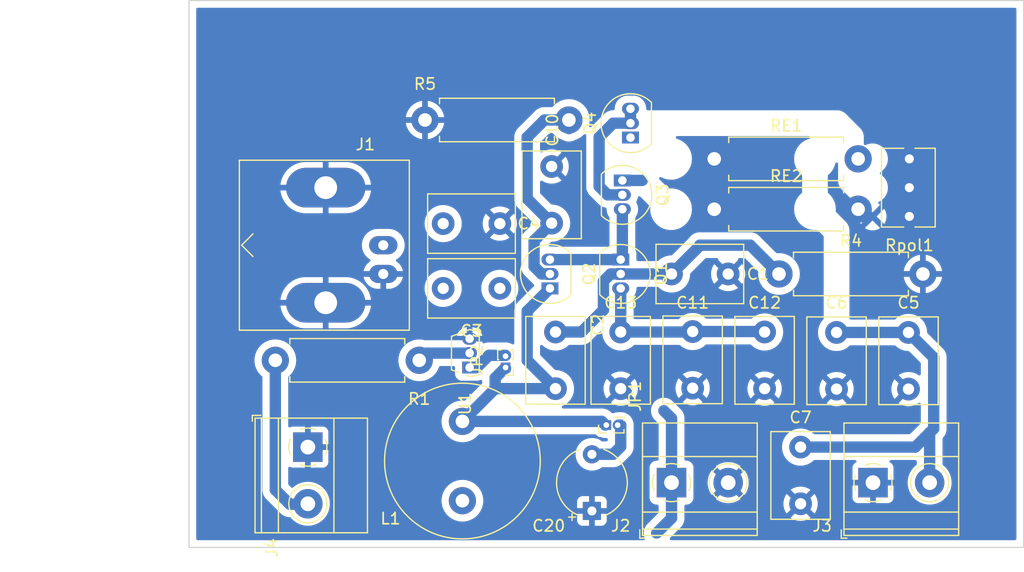
<source format=kicad_pcb>
(kicad_pcb (version 20211014) (generator pcbnew)
  (layers (0 "F.Cu" signal) (31 "B.Cu" signal) (34 "B.Paste" user) (35 "F.Paste" user) (36 "B.SilkS" user "B.Silkscreen") (37 "F.SilkS" user "F.Silkscreen") (38 "B.Mask" user) (39 "F.Mask" user) (44 "Edge.Cuts" user))
  (net 0 "")
  (net 1 "Net-(C1-Pad1)")
  (net 2 "GND")
  (net 3 "Net-(C2-Pad2)")
  (net 4 "Net-(C3-Pad2)")
  (net 5 "Net-(C10-Pad1)")
  (net 6 "+6V")
  (net 7 "-6V")
  (net 8 "Net-(J4-Pad2)")
  (net 9 "Net-(C20-Pad2)")
  (net 10 "Net-(JP2-Pad2)")
  (net 11 "Net-(Q3-Pad1)")
  (net 12 "Net-(Q3-Pad2)")
  (net 13 "Net-(Q4-Pad1)")
  (net 14 "Net-(Q1-Pad1)")
  (net 15 "Net-(R1-Pad1)")
  (footprint "Capacitor_THT:C_Disc_D7.5mm_W5.0mm_P5.00mm" (layer "F.Cu") (at 90.932 114.935 180)
    (fp_text reference "C3" (at 2.5 -3.75) (layer "F.SilkS"))
    (fp_text value "680p")
    (fp_line (start -1.37 -2.62) (end -1.37 2.62) (layer "F.SilkS") (width 0.12))
    (fp_line (start 6.37 -2.62) (end 6.37 2.62) (layer "F.SilkS") (width 0.12))
    (fp_line (start -1.37 2.62) (end 6.37 2.62) (layer "F.SilkS") (width 0.12))
    (fp_line (start -1.37 -2.62) (end 6.37 -2.62) (layer "F.SilkS") (width 0.12))
    (pad "1" thru_hole circle (at 0 0 180) (size 2 2) (drill 1) (layers *.Cu *.Mask) (net 3 "Net-(C2-Pad2)"))
    (pad "2" thru_hole circle (at 5 0 180) (size 2 2) (drill 1) (layers *.Cu *.Mask) (net 4 "Net-(C3-Pad2)"))
  )
  (footprint "Connector_PinHeader_1.00mm:PinHeader_1x02_P1.00mm_Vertical" (layer "F.Cu") (at 91.44 121.92 180)
    (fp_text reference "JP2" (at 2.54 0.635 90) (layer "F.SilkS"))
    (fp_text value "Jumper_2_Open")
    (fp_line (start 0.695 0.685) (end 0.695 1.56) (layer "F.SilkS") (width 0.12))
    (fp_line (start -0.695 1.56) (end -0.394493 1.56) (layer "F.SilkS") (width 0.12))
    (fp_line (start -0.695 0.685) (end -0.695 1.56) (layer "F.SilkS") (width 0.12))
    (fp_line (start -0.695 -0.685) (end 0 -0.685) (layer "F.SilkS") (width 0.12))
    (fp_line (start -0.695 0.685) (end -0.608276 0.685) (layer "F.SilkS") (width 0.12))
    (fp_line (start 0.608276 0.685) (end 0.695 0.685) (layer "F.SilkS") (width 0.12))
    (fp_line (start 0.394493 1.56) (end 0.695 1.56) (layer "F.SilkS") (width 0.12))
    (fp_line (start -0.695 0) (end -0.695 -0.685) (layer "F.SilkS") (width 0.12))
    (pad "1" thru_hole rect (at 0 0 180) (size 0.85 0.85) (drill 0.5) (layers *.Cu *.Mask) (net 3 "Net-(C2-Pad2)"))
    (pad "2" thru_hole oval (at 0 1 180) (size 0.85 0.85) (drill 0.5) (layers *.Cu *.Mask) (net 10 "Net-(JP2-Pad2)"))
  )
  (footprint "Capacitor_THT:C_Disc_D7.5mm_W5.0mm_P5.00mm" (layer "F.Cu") (at 117.475 133.945 90)
    (fp_text reference "C7" (at 7.62 0 180) (layer "F.SilkS"))
    (fp_text value "0.001u")
    (fp_line (start -1.37 2.62) (end 6.37 2.62) (layer "F.SilkS") (width 0.12))
    (fp_line (start -1.37 -2.62) (end 6.37 -2.62) (layer "F.SilkS") (width 0.12))
    (fp_line (start 6.37 -2.62) (end 6.37 2.62) (layer "F.SilkS") (width 0.12))
    (fp_line (start -1.37 -2.62) (end -1.37 2.62) (layer "F.SilkS") (width 0.12))
    (pad "1" thru_hole circle (at 0 0 90) (size 2 2) (drill 1) (layers *.Cu *.Mask) (net 2 "GND"))
    (pad "2" thru_hole circle (at 5 0 90) (size 2 2) (drill 1) (layers *.Cu *.Mask) (net 7 "-6V"))
  )
  (footprint "Capacitor_THT:C_Disc_D7.5mm_W5.0mm_P5.00mm" (layer "F.Cu") (at 127 123.825 90)
    (fp_text reference "C5" (at 7.62 0 180) (layer "F.SilkS"))
    (fp_text value "0.1u")
    (fp_line (start -1.37 -2.62) (end -1.37 2.62) (layer "F.SilkS") (width 0.12))
    (fp_line (start 6.37 -2.62) (end 6.37 2.62) (layer "F.SilkS") (width 0.12))
    (fp_line (start -1.37 2.62) (end 6.37 2.62) (layer "F.SilkS") (width 0.12))
    (fp_line (start -1.37 -2.62) (end 6.37 -2.62) (layer "F.SilkS") (width 0.12))
    (pad "1" thru_hole circle (at 0 0 90) (size 2 2) (drill 1) (layers *.Cu *.Mask) (net 2 "GND"))
    (pad "2" thru_hole circle (at 5 0 90) (size 2 2) (drill 1) (layers *.Cu *.Mask) (net 7 "-6V"))
  )
  (footprint "Capacitor_THT:C_Disc_D7.5mm_W5.0mm_P5.00mm" (layer "F.Cu") (at 101.6 118.785 -90)
    (fp_text reference "C13" (at -2.58 0 180) (layer "F.SilkS"))
    (fp_text value "0.001u")
    (fp_line (start -1.37 2.62) (end 6.37 2.62) (layer "F.SilkS") (width 0.12))
    (fp_line (start 6.37 -2.62) (end 6.37 2.62) (layer "F.SilkS") (width 0.12))
    (fp_line (start -1.37 -2.62) (end -1.37 2.62) (layer "F.SilkS") (width 0.12))
    (fp_line (start -1.37 -2.62) (end 6.37 -2.62) (layer "F.SilkS") (width 0.12))
    (pad "1" thru_hole circle (at 0 0 270) (size 2 2) (drill 1) (layers *.Cu *.Mask) (net 6 "+6V"))
    (pad "2" thru_hole circle (at 5 0 270) (size 2 2) (drill 1) (layers *.Cu *.Mask) (net 2 "GND"))
  )
  (footprint "TerminalBlock_Phoenix:TerminalBlock_Phoenix_MKDS-1,5-2_1x02_P5.00mm_Horizontal" (layer "F.Cu") (at 106.085 132.08)
    (fp_text reference "J2" (at -4.485 3.81 180) (layer "F.SilkS"))
    (fp_text value "Screw_Terminal_01x02")
    (fp_line (start -2.8 4.16) (end -2.8 4.9) (layer "F.SilkS") (width 0.12))
    (fp_line (start 7.56 -5.261) (end 7.56 4.66) (layer "F.SilkS") (width 0.12))
    (fp_line (start -2.56 -5.261) (end 7.56 -5.261) (layer "F.SilkS") (width 0.12))
    (fp_line (start -2.56 4.66) (end 7.56 4.66) (layer "F.SilkS") (width 0.12))
    (fp_line (start -2.8 4.9) (end -2.3 4.9) (layer "F.SilkS") (width 0.12))
    (fp_line (start 6.275 -1.069) (end 6.228 -1.023) (layer "F.SilkS") (width 0.12))
    (fp_line (start 6.07 -1.275) (end 6.035 -1.239) (layer "F.SilkS") (width 0.12))
    (fp_line (start -2.56 2.6) (end 7.56 2.6) (layer "F.SilkS") (width 0.12))
    (fp_line (start 3.966 1.239) (end 3.931 1.274) (layer "F.SilkS") (width 0.12))
    (fp_line (start -2.56 4.1) (end 7.56 4.1) (layer "F.SilkS") (width 0.12))
    (fp_line (start -2.56 -2.301) (end 7.56 -2.301) (layer "F.SilkS") (width 0.12))
    (fp_line (start 3.773 1.023) (end 3.726 1.069) (layer "F.SilkS") (width 0.12))
    (fp_line (start -2.56 -5.261) (end -2.56 4.66) (layer "F.SilkS") (width 0.12))
    (fp_arc (start -0.683042 -1.535427) (mid 0.000524 -1.680501) (end 0.684 -1.535) (layer "F.SilkS") (width 0.12))
    (fp_arc (start 1.535427 -0.683042) (mid 1.680501 0.000524) (end 1.535 0.684) (layer "F.SilkS") (width 0.12))
    (fp_arc (start 0.028805 1.680253) (mid -0.335551 1.646659) (end -0.684 1.535) (layer "F.SilkS") (width 0.12))
    (fp_arc (start 0.683318 1.534756) (mid 0.349292 1.643288) (end 0 1.68) (layer "F.SilkS") (width 0.12))
    (fp_arc (start -1.535427 0.683042) (mid -1.680501 -0.000524) (end -1.535 -0.684) (layer "F.SilkS") (width 0.12))
    (fp_circle (center 5 0) (end 6.68 0) (layer "F.SilkS") (width 0.12) (fill none))
    (pad "1" thru_hole rect (at 0 0) (size 2.6 2.6) (drill 1.3) (layers *.Cu *.Mask) (net 6 "+6V"))
    (pad "2" thru_hole circle (at 5 0) (size 2.6 2.6) (drill 1.3) (layers *.Cu *.Mask) (net 2 "GND"))
  )
  (footprint "Capacitor_THT:C_Disc_D7.5mm_W5.0mm_P5.00mm" (layer "F.Cu") (at 120.65 123.825 90)
    (fp_text reference "C6" (at 7.62 0 180) (layer "F.SilkS"))
    (fp_text value "0.01u")
    (fp_line (start -1.37 -2.62) (end 6.37 -2.62) (layer "F.SilkS") (width 0.12))
    (fp_line (start -1.37 -2.62) (end -1.37 2.62) (layer "F.SilkS") (width 0.12))
    (fp_line (start -1.37 2.62) (end 6.37 2.62) (layer "F.SilkS") (width 0.12))
    (fp_line (start 6.37 -2.62) (end 6.37 2.62) (layer "F.SilkS") (width 0.12))
    (pad "1" thru_hole circle (at 0 0 90) (size 2 2) (drill 1) (layers *.Cu *.Mask) (net 2 "GND"))
    (pad "2" thru_hole circle (at 5 0 90) (size 2 2) (drill 1) (layers *.Cu *.Mask) (net 7 "-6V"))
  )
  (footprint "Capacitor_THT:C_Disc_D7.5mm_W5.0mm_P5.00mm" (layer "F.Cu") (at 95.845 118.785 -90)
    (fp_text reference "C2" (at -0.635 -3.76 -270) (layer "F.SilkS"))
    (fp_text value "100p")
    (fp_line (start -1.37 -2.62) (end 6.37 -2.62) (layer "F.SilkS") (width 0.12))
    (fp_line (start -1.37 2.62) (end 6.37 2.62) (layer "F.SilkS") (width 0.12))
    (fp_line (start -1.37 -2.62) (end -1.37 2.62) (layer "F.SilkS") (width 0.12))
    (fp_line (start 6.37 -2.62) (end 6.37 2.62) (layer "F.SilkS") (width 0.12))
    (pad "1" thru_hole circle (at 0 0 270) (size 2 2) (drill 1) (layers *.Cu *.Mask) (net 1 "Net-(C1-Pad1)"))
    (pad "2" thru_hole circle (at 5 0 270) (size 2 2) (drill 1) (layers *.Cu *.Mask) (net 3 "Net-(C2-Pad2)"))
  )
  (footprint "Resistor_THT:R_Axial_DIN0411_L9.9mm_D3.6mm_P12.70mm_Horizontal" (layer "F.Cu") (at 115.57 113.665)
    (fp_text reference "R4" (at 6.35 -2.92) (layer "F.SilkS"))
    (fp_text value "5k")
    (fp_line (start 11.42 -1.92) (end 11.42 -1.44) (layer "F.SilkS") (width 0.12))
    (fp_line (start 1.28 1.92) (end 11.42 1.92) (layer "F.SilkS") (width 0.12))
    (fp_line (start 11.42 1.92) (end 11.42 1.44) (layer "F.SilkS") (width 0.12))
    (fp_line (start 1.28 -1.44) (end 1.28 -1.92) (layer "F.SilkS") (width 0.12))
    (fp_line (start 1.28 -1.92) (end 11.42 -1.92) (layer "F.SilkS") (width 0.12))
    (fp_line (start 1.28 1.44) (end 1.28 1.92) (layer "F.SilkS") (width 0.12))
    (pad "1" thru_hole circle (at 0 0) (size 2.4 2.4) (drill 1.2) (layers *.Cu *.Mask) (net 1 "Net-(C1-Pad1)"))
    (pad "2" thru_hole oval (at 12.7 0) (size 2.4 2.4) (drill 1.2) (layers *.Cu *.Mask) (net 2 "GND"))
  )
  (footprint "TerminalBlock_Phoenix:TerminalBlock_Phoenix_MKDS-1,5-2_1x02_P5.00mm_Horizontal" (layer "F.Cu") (at 123.865 132.08)
    (fp_text reference "J3" (at -4.485 3.81 180) (layer "F.SilkS"))
    (fp_text value "Screw_Terminal_01x02")
    (fp_line (start 7.56 -5.261) (end 7.56 4.66) (layer "F.SilkS") (width 0.12))
    (fp_line (start -2.56 4.66) (end 7.56 4.66) (layer "F.SilkS") (width 0.12))
    (fp_line (start 3.773 1.023) (end 3.726 1.069) (layer "F.SilkS") (width 0.12))
    (fp_line (start -2.8 4.9) (end -2.3 4.9) (layer "F.SilkS") (width 0.12))
    (fp_line (start 6.275 -1.069) (end 6.228 -1.023) (layer "F.SilkS") (width 0.12))
    (fp_line (start 3.966 1.239) (end 3.931 1.274) (layer "F.SilkS") (width 0.12))
    (fp_line (start -2.56 4.1) (end 7.56 4.1) (layer "F.SilkS") (width 0.12))
    (fp_line (start 6.07 -1.275) (end 6.035 -1.239) (layer "F.SilkS") (width 0.12))
    (fp_line (start -2.56 2.6) (end 7.56 2.6) (layer "F.SilkS") (width 0.12))
    (fp_line (start -2.56 -5.261) (end -2.56 4.66) (layer "F.SilkS") (width 0.12))
    (fp_line (start -2.8 4.16) (end -2.8 4.9) (layer "F.SilkS") (width 0.12))
    (fp_line (start -2.56 -2.301) (end 7.56 -2.301) (layer "F.SilkS") (width 0.12))
    (fp_line (start -2.56 -5.261) (end 7.56 -5.261) (layer "F.SilkS") (width 0.12))
    (fp_arc (start -0.683042 -1.535427) (mid 0.000524 -1.680501) (end 0.684 -1.535) (layer "F.SilkS") (width 0.12))
    (fp_arc (start 1.535427 -0.683042) (mid 1.680501 0.000524) (end 1.535 0.684) (layer "F.SilkS") (width 0.12))
    (fp_arc (start 0.683318 1.534756) (mid 0.349292 1.643288) (end 0 1.68) (layer "F.SilkS") (width 0.12))
    (fp_arc (start 0.028805 1.680253) (mid -0.335551 1.646659) (end -0.684 1.535) (layer "F.SilkS") (width 0.12))
    (fp_arc (start -1.535427 0.683042) (mid -1.680501 -0.000524) (end -1.535 -0.684) (layer "F.SilkS") (width 0.12))
    (fp_circle (center 5 0) (end 6.68 0) (layer "F.SilkS") (width 0.12) (fill none))
    (pad "1" thru_hole rect (at 0 0) (size 2.6 2.6) (drill 1.3) (layers *.Cu *.Mask) (net 2 "GND"))
    (pad "2" thru_hole circle (at 5 0) (size 2.6 2.6) (drill 1.3) (layers *.Cu *.Mask) (net 7 "-6V"))
  )
  (footprint "Connector_Coaxial:BNC_Amphenol_B6252HB-NPP3G-50_Horizontal" (layer "F.Cu") (at 80.645 111.125 90)
    (fp_text reference "J1" (at 8.89 -1.58 180) (layer "F.SilkS"))
    (fp_text value "Conn_Coaxial")
    (fp_line (start -7.5 -12.7) (end 7.5 -12.7) (layer "F.SilkS") (width 0.12))
    (fp_line (start -7.5 2.3) (end -7.5 -12.7) (layer "F.SilkS") (width 0.12))
    (fp_line (start 0 -12.5) (end 1 -11.5) (layer "F.SilkS") (width 0.12))
    (fp_line (start 7.5 -12.7) (end 7.5 2.3) (layer "F.SilkS") (width 0.12))
    (fp_line (start 0 -12.5) (end -1 -11.5) (layer "F.SilkS") (width 0.12))
    (fp_line (start 7.5 2.3) (end -7.5 2.3) (layer "F.SilkS") (width 0.12))
    (pad "1" thru_hole oval (at 0 0 90) (size 1.6 2.5) (drill 0.89) (layers *.Cu *.Mask) (net 4 "Net-(C3-Pad2)"))
    (pad "2" thru_hole oval (at 5.08 -5.08 90) (size 3.5 7) (drill 2.01) (layers *.Cu *.Mask) (net 2 "GND"))
    (pad "2" thru_hole oval (at -5.08 -5.08 90) (size 3.5 7) (drill 2.01) (layers *.Cu *.Mask) (net 2 "GND"))
    (pad "2" thru_hole oval (at -2.54 0 90) (size 1.6 2.5) (drill 0.89) (layers *.Cu *.Mask) (net 2 "GND"))
  )
  (footprint "Capacitor_THT:C_Disc_D7.5mm_W5.0mm_P5.00mm" (layer "F.Cu") (at 107.95 118.745 -90)
    (fp_text reference "C11" (at -2.54 0 180) (layer "F.SilkS"))
    (fp_text value "0.1u")
    (fp_line (start -1.37 -2.62) (end -1.37 2.62) (layer "F.SilkS") (width 0.12))
    (fp_line (start -1.37 -2.62) (end 6.37 -2.62) (layer "F.SilkS") (width 0.12))
    (fp_line (start -1.37 2.62) (end 6.37 2.62) (layer "F.SilkS") (width 0.12))
    (fp_line (start 6.37 -2.62) (end 6.37 2.62) (layer "F.SilkS") (width 0.12))
    (pad "1" thru_hole circle (at 0 0 270) (size 2 2) (drill 1) (layers *.Cu *.Mask) (net 6 "+6V"))
    (pad "2" thru_hole circle (at 5 0 270) (size 2 2) (drill 1) (layers *.Cu *.Mask) (net 2 "GND"))
  )
  (footprint "Capacitor_THT:C_Disc_D7.5mm_W5.0mm_P5.00mm" (layer "F.Cu") (at 90.932 109.22 180)
    (fp_text reference "C4" (at -2.54 0) (layer "F.SilkS"))
    (fp_text value "2.2n")
    (fp_line (start 6.37 -2.62) (end 6.37 2.62) (layer "F.SilkS") (width 0.12))
    (fp_line (start -1.37 -2.62) (end -1.37 2.62) (layer "F.SilkS") (width 0.12))
    (fp_line (start -1.37 2.62) (end 6.37 2.62) (layer "F.SilkS") (width 0.12))
    (fp_line (start -1.37 -2.62) (end 6.37 -2.62) (layer "F.SilkS") (width 0.12))
    (pad "1" thru_hole circle (at 0 0 180) (size 2 2) (drill 1) (layers *.Cu *.Mask) (net 2 "GND"))
    (pad "2" thru_hole circle (at 5 0 180) (size 2 2) (drill 1) (layers *.Cu *.Mask) (net 4 "Net-(C3-Pad2)"))
  )
  (footprint "Package_TO_SOT_THT:TO-92_Inline" (layer "F.Cu") (at 101.6 112.395 -90)
    (fp_text reference "Q1" (at 1.27 -3.56 90) (layer "F.SilkS"))
    (fp_text value "2N3904")
    (fp_line (start -0.53 1.85) (end 3.07 1.85) (layer "F.SilkS") (width 0.12))
    (fp_arc (start 1.27 -2.6) (mid 3.672087 -0.994977) (end 3.108478 1.838478) (layer "F.SilkS") (width 0.12))
    (fp_arc (start -0.568478 1.838478) (mid -1.132087 -0.994977) (end 1.27 -2.6) (layer "F.SilkS") (width 0.12))
    (pad "1" thru_hole rect (at 0 0 270) (size 1.05 1.5) (drill 0.75) (layers *.Cu *.Mask) (net 14 "Net-(Q1-Pad1)"))
    (pad "2" thru_hole oval (at 1.27 0 270) (size 1.05 1.5) (drill 0.75) (layers *.Cu *.Mask) (net 1 "Net-(C1-Pad1)"))
    (pad "3" thru_hole oval (at 2.54 0 270) (size 1.05 1.5) (drill 0.75) (layers *.Cu *.Mask) (net 6 "+6V"))
  )
  (footprint "Capacitor_THT:C_Disc_D7.5mm_W5.0mm_P5.00mm" (layer "F.Cu") (at 114.3 118.785 -90)
    (fp_text reference "C12" (at -2.58 0 180) (layer "F.SilkS"))
    (fp_text value "0.01u")
    (fp_line (start -1.37 -2.62) (end -1.37 2.62) (layer "F.SilkS") (width 0.12))
    (fp_line (start -1.37 2.62) (end 6.37 2.62) (layer "F.SilkS") (width 0.12))
    (fp_line (start -1.37 -2.62) (end 6.37 -2.62) (layer "F.SilkS") (width 0.12))
    (fp_line (start 6.37 -2.62) (end 6.37 2.62) (layer "F.SilkS") (width 0.12))
    (pad "1" thru_hole circle (at 0 0 270) (size 2 2) (drill 1) (layers *.Cu *.Mask) (net 6 "+6V"))
    (pad "2" thru_hole circle (at 5 0 270) (size 2 2) (drill 1) (layers *.Cu *.Mask) (net 2 "GND"))
  )
  (footprint "Capacitor_THT:CP_Radial_Tantal_D6.0mm_P5.00mm" (layer "F.Cu") (at 99.06 134.58 90)
    (fp_text reference "C20" (at -1.31 -3.81 180) (layer "F.SilkS"))
    (fp_text value "100p")
    (fp_line (start -0.539749 -2.055) (end -0.539749 -1.455) (layer "F.SilkS") (width 0.12))
    (fp_line (start -0.839749 -1.755) (end -0.239749 -1.755) (layer "F.SilkS") (width 0.12))
    (fp_arc (start 5.434416 1.06) (mid 2.5 3.12) (end -0.434416 1.06) (layer "F.SilkS") (width 0.12))
    (fp_arc (start -0.434416 -1.06) (mid 2.5 -3.12) (end 5.434416 -1.06) (layer "F.SilkS") (width 0.12))
    (pad "1" thru_hole rect (at 0 0 90) (size 1.6 1.6) (drill 0.8) (layers *.Cu *.Mask) (net 2 "GND"))
    (pad "2" thru_hole circle (at 5 0 90) (size 1.6 1.6) (drill 0.8) (layers *.Cu *.Mask) (net 9 "Net-(C20-Pad2)"))
  )
  (footprint "Package_TO_SOT_THT:TO-92_Inline" (layer "F.Cu") (at 102.4636 101.6254 90)
    (fp_text reference "Q4" (at 1.27 -3.56 90) (layer "F.SilkS"))
    (fp_text value "2N3904")
    (fp_line (start -0.53 1.85) (end 3.07 1.85) (layer "F.SilkS") (width 0.12))
    (fp_arc (start 1.27 -2.6) (mid 3.672087 -0.994977) (end 3.108478 1.838478) (layer "F.SilkS") (width 0.12))
    (fp_arc (start -0.568478 1.838478) (mid -1.132087 -0.994977) (end 1.27 -2.6) (layer "F.SilkS") (width 0.12))
    (pad "1" thru_hole rect (at 0 0 90) (size 1.05 1.5) (drill 0.75) (layers *.Cu *.Mask) (net 13 "Net-(Q4-Pad1)"))
    (pad "2" thru_hole oval (at 1.27 0 90) (size 1.05 1.5) (drill 0.75) (layers *.Cu *.Mask) (net 12 "Net-(Q3-Pad2)"))
    (pad "3" thru_hole oval (at 2.54 0 90) (size 1.05 1.5) (drill 0.75) (layers *.Cu *.Mask) (net 12 "Net-(Q3-Pad2)"))
  )
  (footprint "Capacitor_THT:C_Disc_D7.5mm_W5.0mm_P5.00mm" (layer "F.Cu") (at 106.085 113.665)
    (fp_text reference "C1" (at 7.62 0) (layer "F.SilkS"))
    (fp_text value "100p")
    (fp_line (start 6.37 -2.62) (end 6.37 2.62) (layer "F.SilkS") (width 0.12))
    (fp_line (start -1.37 -2.62) (end 6.37 -2.62) (layer "F.SilkS") (width 0.12))
    (fp_line (start -1.37 2.62) (end 6.37 2.62) (layer "F.SilkS") (width 0.12))
    (fp_line (start -1.37 -2.62) (end -1.37 2.62) (layer "F.SilkS") (width 0.12))
    (pad "1" thru_hole circle (at 0 0) (size 2 2) (drill 1) (layers *.Cu *.Mask) (net 1 "Net-(C1-Pad1)"))
    (pad "2" thru_hole circle (at 5 0) (size 2 2) (drill 1) (layers *.Cu *.Mask) (net 2 "GND"))
  )
  (footprint "Resistor_THT:R_Axial_DIN0411_L9.9mm_D3.6mm_P12.70mm_Horizontal" (layer "F.Cu") (at 83.82 121.285 180)
    (fp_text reference "R1" (at 0 -3.41) (layer "F.SilkS"))
    (fp_text value "50k")
    (fp_line (start 11.42 1.92) (end 11.42 1.44) (layer "F.SilkS") (width 0.12))
    (fp_line (start 1.28 -1.44) (end 1.28 -1.92) (layer "F.SilkS") (width 0.12))
    (fp_line (start 1.28 -1.92) (end 11.42 -1.92) (layer "F.SilkS") (width 0.12))
    (fp_line (start 1.28 1.92) (end 11.42 1.92) (layer "F.SilkS") (width 0.12))
    (fp_line (start 11.42 -1.92) (end 11.42 -1.44) (layer "F.SilkS") (width 0.12))
    (fp_line (start 1.28 1.44) (end 1.28 1.92) (layer "F.SilkS") (width 0.12))
    (pad "1" thru_hole circle (at 0 0 180) (size 2.4 2.4) (drill 1.2) (layers *.Cu *.Mask) (net 15 "Net-(R1-Pad1)"))
    (pad "2" thru_hole oval (at 12.7 0 180) (size 2.4 2.4) (drill 1.2) (layers *.Cu *.Mask) (net 8 "Net-(J4-Pad2)"))
  )
  (footprint "Connector_PinHeader_1.00mm:PinHeader_1x02_P1.00mm_Vertical" (layer "F.Cu") (at 100.33 127 90)
    (fp_text reference "JP1" (at 2.54 2.54 90) (layer "F.SilkS"))
    (fp_text value "Jumper_2_Open")
    (fp_line (start -0.695 0.685) (end -0.695 1.56) (layer "F.SilkS") (width 0.12))
    (fp_line (start -0.695 -0.685) (end 0 -0.685) (layer "F.SilkS") (width 0.12))
    (fp_line (start 0.394493 1.56) (end 0.695 1.56) (layer "F.SilkS") (width 0.12))
    (fp_line (start -0.695 0.685) (end -0.608276 0.685) (layer "F.SilkS") (width 0.12))
    (fp_line (start 0.608276 0.685) (end 0.695 0.685) (layer "F.SilkS") (width 0.12))
    (fp_line (start 0.695 0.685) (end 0.695 1.56) (layer "F.SilkS") (width 0.12))
    (fp_line (start -0.695 1.56) (end -0.394493 1.56) (layer "F.SilkS") (width 0.12))
    (fp_line (start -0.695 0) (end -0.695 -0.685) (layer "F.SilkS") (width 0.12))
    (pad "1" thru_hole rect (at 0 0 90) (size 0.85 0.85) (drill 0.5) (layers *.Cu *.Mask) (net 3 "Net-(C2-Pad2)"))
    (pad "2" thru_hole oval (at 0 1 90) (size 0.85 0.85) (drill 0.5) (layers *.Cu *.Mask) (net 9 "Net-(C20-Pad2)"))
  )
  (footprint "Resistor_THT:R_Axial_DIN0411_L9.9mm_D3.6mm_P12.70mm_Horizontal" (layer "F.Cu") (at 109.855 103.505)
    (fp_text reference "RE1" (at 6.35 -2.92) (layer "F.SilkS"))
    (fp_text value "560")
    (fp_line (start 1.28 1.92) (end 11.42 1.92) (layer "F.SilkS") (width 0.12))
    (fp_line (start 1.28 -1.92) (end 11.42 -1.92) (layer "F.SilkS") (width 0.12))
    (fp_line (start 1.28 -1.44) (end 1.28 -1.92) (layer "F.SilkS") (width 0.12))
    (fp_line (start 11.42 -1.92) (end 11.42 -1.44) (layer "F.SilkS") (width 0.12))
    (fp_line (start 1.28 1.44) (end 1.28 1.92) (layer "F.SilkS") (width 0.12))
    (fp_line (start 11.42 1.92) (end 11.42 1.44) (layer "F.SilkS") (width 0.12))
    (pad "1" thru_hole circle (at 0 0) (size 2.4 2.4) (drill 1.2) (layers *.Cu *.Mask) (net 13 "Net-(Q4-Pad1)"))
    (pad "2" thru_hole oval (at 12.7 0) (size 2.4 2.4) (drill 1.2) (layers *.Cu *.Mask) (net 7 "-6V"))
  )
  (footprint "Package_TO_SOT_THT:TO-92S" (layer "F.Cu") (at 88.265 121.92 90)
    (fp_text reference "U1" (at -3.195 -0.4 90) (layer "F.SilkS"))
    (fp_text value "BB204")
    (fp_line (start -0.65 0.85) (end 3.2 0.85) (layer "F.SilkS") (width 0.12))
    (fp_line (start 3.35 0) (end 2.75 -1.6) (layer "F.SilkS") (width 0.12))
    (fp_line (start -0.8 0) (end -0.65 0.85) (layer "F.SilkS") (width 0.12))
    (fp_line (start -0.2 -1.6) (end -0.45 -0.95) (layer "F.SilkS") (width 0.12))
    (fp_line (start -0.7 -0.3) (end -0.8 0) (layer "F.SilkS") (width 0.12))
    (fp_line (start 3.2 0.85) (end 3.35 0) (layer "F.SilkS") (width 0.12))
    (fp_line (start 2.75 -1.6) (end -0.2 -1.6) (layer "F.SilkS") (width 0.12))
    (pad "1" thru_hole rect (at 0 0 90) (size 1.05 1.3) (drill 0.75) (layers *.Cu *.Mask) (net 10 "Net-(JP2-Pad2)"))
    (pad "2" thru_hole oval (at 1.27 0 90) (size 1.05 1.3) (drill 0.75) (layers *.Cu *.Mask) (net 15 "Net-(R1-Pad1)"))
    (pad "3" thru_hole oval (at 2.54 0 90) (size 1.05 1.3) (drill 0.75) (layers *.Cu *.Mask) (net 2 "GND"))
  )
  (footprint "Resistor_THT:R_Axial_DIN0411_L9.9mm_D3.6mm_P12.70mm_Horizontal" (layer "F.Cu") (at 109.855 107.95)
    (fp_text reference "RE2" (at 6.35 -2.92) (layer "F.SilkS"))
    (fp_text value "560")
    (fp_line (start 1.28 1.92) (end 11.42 1.92) (layer "F.SilkS") (width 0.12))
    (fp_line (start 11.42 -1.92) (end 11.42 -1.44) (layer "F.SilkS") (width 0.12))
    (fp_line (start 1.28 -1.92) (end 11.42 -1.92) (layer "F.SilkS") (width 0.12))
    (fp_line (start 1.28 1.44) (end 1.28 1.92) (layer "F.SilkS") (width 0.12))
    (fp_line (start 11.42 1.92) (end 11.42 1.44) (layer "F.SilkS") (width 0.12))
    (fp_line (start 1.28 -1.44) (end 1.28 -1.92) (layer "F.SilkS") (width 0.12))
    (pad "1" thru_hole circle (at 0 0) (size 2.4 2.4) (drill 1.2) (layers *.Cu *.Mask) (net 11 "Net-(Q3-Pad1)"))
    (pad "2" thru_hole oval (at 12.7 0) (size 2.4 2.4) (drill 1.2) (layers *.Cu *.Mask) (net 7 "-6V"))
  )
  (footprint "Inductor_THT:L_Radial_D13.5mm_P7.00mm_Fastron_09HCP" (layer "F.Cu") (at 87.63 133.675 90)
    (fp_text reference "L1" (at -1.58 -6.35 180) (layer "F.SilkS"))
    (fp_text value "300n")
    (fp_circle (center 3.5 0) (end 10.37 0) (layer "F.SilkS") (width 0.12) (fill none))
    (pad "1" thru_hole circle (at 0 0 90) (size 2.4 2.4) (drill 1.2) (layers *.Cu *.Mask) (net 6 "+6V"))
    (pad "2" thru_hole circle (at 7 0 90) (size 2.4 2.4) (drill 1.2) (layers *.Cu *.Mask) (net 3 "Net-(C2-Pad2)"))
  )
  (footprint "Package_TO_SOT_THT:TO-92_Inline" (layer "F.Cu") (at 95.356 114.935 90)
    (fp_text reference "Q2" (at 1.27 3.45 90) (layer "F.SilkS"))
    (fp_text value "2N3904")
    (fp_line (start -0.53 1.85) (end 3.07 1.85) (layer "F.SilkS") (width 0.12))
    (fp_arc (start -0.568478 1.838478) (mid -1.132087 -0.994977) (end 1.27 -2.6) (layer "F.SilkS") (width 0.12))
    (fp_arc (start 1.27 -2.6) (mid 3.672087 -0.994977) (end 3.108478 1.838478) (layer "F.SilkS") (width 0.12))
    (pad "1" thru_hole rect (at 0 0 90) (size 1.05 1.5) (drill 0.75) (layers *.Cu *.Mask) (net 3 "Net-(C2-Pad2)"))
    (pad "2" thru_hole oval (at 1.27 0 90) (size 1.05 1.5) (drill 0.75) (layers *.Cu *.Mask) (net 5 "Net-(C10-Pad1)"))
    (pad "3" thru_hole oval (at 2.54 0 90) (size 1.05 1.5) (drill 0.75) (layers *.Cu *.Mask) (net 14 "Net-(Q1-Pad1)"))
  )
  (footprint "Potentiometer_THT:Potentiometer_Bourns_3266Y_Vertical" (layer "F.Cu") (at 127.075 108.585 -90)
    (fp_text reference "Rpol1" (at 2.555 0 180) (layer "F.SilkS"))
    (fp_text value "1k")
    (fp_line (start -6.015 -2.28) (end 0.935 -2.28) (layer "F.SilkS") (width 0.12))
    (fp_line (start 0.935 -2.28) (end 0.935 -0.494) (layer "F.SilkS") (width 0.12))
    (fp_line (start -6.015 0.496) (end -6.015 2.46) (layer "F.SilkS") (width 0.12))
    (fp_line (start -6.015 -2.28) (end -6.015 -0.494) (layer "F.SilkS") (width 0.12))
    (fp_line (start 0.935 0.496) (end 0.935 2.46) (layer "F.SilkS") (width 0.12))
    (fp_line (start -6.015 2.46) (end 0.935 2.46) (layer "F.SilkS") (width 0.12))
    (pad "1" thru_hole circle (at 0 0 270) (size 1.44 1.44) (drill 0.8) (layers *.Cu *.Mask) (net 2 "GND"))
    (pad "2" thru_hole circle (at -2.54 0 270) (size 1.44 1.44) (drill 0.8) (layers *.Cu *.Mask) (net 12 "Net-(Q3-Pad2)"))
    (pad "3" thru_hole circle (at -5.08 0 270) (size 1.44 1.44) (drill 0.8) (layers *.Cu *.Mask))
  )
  (footprint "Package_TO_SOT_THT:TO-92_Inline" (layer "F.Cu") (at 101.748 105.41 -90)
    (fp_text reference "Q3" (at 1.27 -3.56 90) (layer "F.SilkS"))
    (fp_text value "2N3904")
    (fp_line (start -0.53 1.85) (end 3.07 1.85) (layer "F.SilkS") (width 0.12))
    (fp_arc (start -0.568478 1.838478) (mid -1.132087 -0.994977) (end 1.27 -2.6) (layer "F.SilkS") (width 0.12))
    (fp_arc (start 1.27 -2.6) (mid 3.672087 -0.994977) (end 3.108478 1.838478) (layer "F.SilkS") (width 0.12))
    (pad "1" thru_hole rect (at 0 0 270) (size 1.05 1.5) (drill 0.75) (layers *.Cu *.Mask) (net 11 "Net-(Q3-Pad1)"))
    (pad "2" thru_hole oval (at 1.27 0 270) (size 1.05 1.5) (drill 0.75) (layers *.Cu *.Mask) (net 12 "Net-(Q3-Pad2)"))
    (pad "3" thru_hole oval (at 2.54 0 270) (size 1.05 1.5) (drill 0.75) (layers *.Cu *.Mask) (net 14 "Net-(Q1-Pad1)"))
  )
  (footprint "Capacitor_THT:C_Disc_D7.5mm_W5.0mm_P5.00mm" (layer "F.Cu") (at 95.504 109.18 90)
    (fp_text reference "C10" (at 8.215 0.065 90) (layer "F.SilkS"))
    (fp_text value "10n")
    (fp_line (start -1.37 -2.62) (end -1.37 2.62) (layer "F.SilkS") (width 0.12))
    (fp_line (start 6.37 -2.62) (end 6.37 2.62) (layer "F.SilkS") (width 0.12))
    (fp_line (start -1.37 -2.62) (end 6.37 -2.62) (layer "F.SilkS") (width 0.12))
    (fp_line (start -1.37 2.62) (end 6.37 2.62) (layer "F.SilkS") (width 0.12))
    (pad "1" thru_hole circle (at 0 0 90) (size 2 2) (drill 1) (layers *.Cu *.Mask) (net 5 "Net-(C10-Pad1)"))
    (pad "2" thru_hole circle (at 5 0 90) (size 2 2) (drill 1) (layers *.Cu *.Mask) (net 2 "GND"))
  )
  (footprint "Resistor_THT:R_Axial_DIN0411_L9.9mm_D3.6mm_P12.70mm_Horizontal" (layer "F.Cu") (at 97.028 100.076 180)
    (fp_text reference "R5" (at 12.7 3.175) (layer "F.SilkS"))
    (fp_text value "5k")
    (fp_line (start 1.28 1.44) (end 1.28 1.92) (layer "F.SilkS") (width 0.12))
    (fp_line (start 1.28 -1.92) (end 11.42 -1.92) (layer "F.SilkS") (width 0.12))
    (fp_line (start 11.42 -1.92) (end 11.42 -1.44) (layer "F.SilkS") (width 0.12))
    (fp_line (start 1.28 -1.44) (end 1.28 -1.92) (layer "F.SilkS") (width 0.12))
    (fp_line (start 11.42 1.92) (end 11.42 1.44) (layer "F.SilkS") (width 0.12))
    (fp_line (start 1.28 1.92) (end 11.42 1.92) (layer "F.SilkS") (width 0.12))
    (pad "1" thru_hole circle (at 0 0 180) (size 2.4 2.4) (drill 1.2) (layers *.Cu *.Mask) (net 5 "Net-(C10-Pad1)"))
    (pad "2" thru_hole oval (at 12.7 0 180) (size 2.4 2.4) (drill 1.2) (layers *.Cu *.Mask) (net 2 "GND"))
  )
  (footprint "TerminalBlock_Phoenix:TerminalBlock_Phoenix_MKDS-1,5-2_1x02_P5.00mm_Horizontal" (layer "F.Cu") (at 73.99 128.945 -90)
    (fp_text reference "J4" (at 8.89 3.175 90) (layer "F.SilkS"))
    (fp_text value "Screw_Terminal_01x02")
    (fp_line (start -2.56 2.6) (end 7.56 2.6) (layer "F.SilkS") (width 0.12))
    (fp_line (start 6.275 -1.069) (end 6.228 -1.023) (layer "F.SilkS") (width 0.12))
    (fp_line (start -2.8 4.9) (end -2.3 4.9) (layer "F.SilkS") (width 0.12))
    (fp_line (start -2.56 -5.261) (end 7.56 -5.261) (layer "F.SilkS") (width 0.12))
    (fp_line (start 7.56 -5.261) (end 7.56 4.66) (layer "F.SilkS") (width 0.12))
    (fp_line (start -2.56 4.1) (end 7.56 4.1) (layer "F.SilkS") (width 0.12))
    (fp_line (start 6.07 -1.275) (end 6.035 -1.239) (layer "F.SilkS") (width 0.12))
    (fp_line (start 3.966 1.239) (end 3.931 1.274) (layer "F.SilkS") (width 0.12))
    (fp_line (start -2.56 4.66) (end 7.56 4.66) (layer "F.SilkS") (width 0.12))
    (fp_line (start -2.56 -2.301) (end 7.56 -2.301) (layer "F.SilkS") (width 0.12))
    (fp_line (start -2.8 4.16) (end -2.8 4.9) (layer "F.SilkS") (width 0.12))
    (fp_line (start 3.773 1.023) (end 3.726 1.069) (layer "F.SilkS") (width 0.12))
    (fp_line (start -2.56 -5.261) (end -2.56 4.66) (layer "F.SilkS") (width 0.12))
    (fp_arc (start 0.683318 1.534756) (mid 0.349292 1.643288) (end 0 1.68) (layer "F.SilkS") (width 0.12))
    (fp_arc (start -1.535427 0.683042) (mid -1.680501 -0.000524) (end -1.535 -0.684) (layer "F.SilkS") (width 0.12))
    (fp_arc (start 0.028805 1.680253) (mid -0.335551 1.646659) (end -0.684 1.535) (layer "F.SilkS") (width 0.12))
    (fp_arc (start -0.683042 -1.535427) (mid 0.000524 -1.680501) (end 0.684 -1.535) (layer "F.SilkS") (width 0.12))
    (fp_arc (start 1.535427 -0.683042) (mid 1.680501 0.000524) (end 1.535 0.684) (layer "F.SilkS") (width 0.12))
    (fp_circle (center 5 0) (end 6.68 0) (layer "F.SilkS") (width 0.12) (fill none))
    (pad "1" thru_hole rect (at 0 0 270) (size 2.6 2.6) (drill 1.3) (layers *.Cu *.Mask) (net 2 "GND"))
    (pad "2" thru_hole circle (at 5 0 270) (size 2.6 2.6) (drill 1.3) (layers *.Cu *.Mask) (net 8 "Net-(J4-Pad2)"))
  )
  (gr_rect (start 63.5 137.795) (end 137.16 89.535) (layer "Edge.Cuts") (width 0.1) (fill none))
  (segment (start 115.57 113.665) (end 113.03 111.125) (width 1) (layer "B.Cu") (net 1))
  (segment (start 108.585 111.125) (end 108.585 111.165) (width 1) (layer "B.Cu") (net 1))
  (segment (start 101.6 113.665) (end 100.711 113.665) (width 1) (layer "B.Cu") (net 1))
  (segment (start 108.585 111.165) (end 106.085 113.665) (width 1) (layer "B.Cu") (net 1))
  (segment (start 113.03 111.125) (end 108.585 111.125) (width 1) (layer "B.Cu") (net 1))
  (segment (start 100.076 116.84) (end 98.131 118.785) (width 1) (layer "B.Cu") (net 1))
  (segment (start 98.131 118.785) (end 95.845 118.785) (width 1) (layer "B.Cu") (net 1))
  (segment (start 100.076 114.3) (end 100.076 116.84) (width 1) (layer "B.Cu") (net 1))
  (segment (start 106.085 113.665) (end 101.6 113.665) (width 1) (layer "B.Cu") (net 1))
  (segment (start 100.711 113.665) (end 100.076 114.3) (width 1) (layer "B.Cu") (net 1))
  (segment (start 87.63 126.675) (end 99.93 126.675) (width 1) (layer "B.Cu") (net 3))
  (segment (start 90.52 123.785) (end 90.52 122.84) (width 1) (layer "B.Cu") (net 3))
  (segment (start 93.345 121.285) (end 93.345 116.946) (width 1) (layer "B.Cu") (net 3))
  (segment (start 95.845 123.785) (end 93.345 121.285) (width 1) (layer "B.Cu") (net 3))
  (segment (start 90.52 122.84) (end 91.365 121.995) (width 1) (layer "B.Cu") (net 3))
  (segment (start 90.52 123.785) (end 87.63 126.675) (width 1) (layer "B.Cu") (net 3))
  (segment (start 93.345 116.946) (end 95.356 114.935) (width 1) (layer "B.Cu") (net 3))
  (segment (start 95.845 123.785) (end 90.52 123.785) (width 1) (layer "B.Cu") (net 3))
  (segment (start 91.365 121.995) (end 91.44 121.995) (width 1) (layer "B.Cu") (net 3))
  (segment (start 99.93 126.675) (end 100.255 127) (width 1) (layer "B.Cu") (net 3))
  (segment (start 93.345 107.021) (end 95.504 109.18) (width 1) (layer "B.Cu") (net 5))
  (segment (start 93.956 110.728) (end 95.504 109.18) (width 1) (layer "B.Cu") (net 5))
  (segment (start 97.028 100.076) (end 94.869 100.076) (width 1) (layer "B.Cu") (net 5))
  (segment (start 95.356 113.665) (end 94.615 113.665) (width 1) (layer "B.Cu") (net 5))
  (segment (start 94.869 100.076) (end 93.345 101.6) (width 1) (layer "B.Cu") (net 5))
  (segment (start 94.615 113.665) (end 93.956 113.006) (width 1) (layer "B.Cu") (net 5))
  (segment (start 93.956 113.006) (end 93.956 110.728) (width 1) (layer "B.Cu") (net 5))
  (segment (start 97.028 100.076) (end 97.028 100.838) (width 1) (layer "B.Cu") (net 5))
  (segment (start 93.345 101.6) (end 93.345 107.021) (width 1) (layer "B.Cu") (net 5))
  (segment (start 101.6 114.935) (end 101.6 118.785) (width 1) (layer "B.Cu") (net 6))
  (segment (start 114.26 118.745) (end 114.3 118.785) (width 1) (layer "B.Cu") (net 6))
  (segment (start 107.91 118.785) (end 107.95 118.745) (width 1) (layer "B.Cu") (net 6))
  (segment (start 101.6 118.785) (end 107.91 118.785) (width 1) (layer "B.Cu") (net 6))
  (segment (start 105.41 125.73) (end 106.085 126.405) (width 1) (layer "B.Cu") (net 6))
  (segment (start 104.775 136.525) (end 106.085 135.215) (width 1) (layer "B.Cu") (net 6))
  (segment (start 107.95 118.745) (end 114.26 118.745) (width 1) (layer "B.Cu") (net 6))
  (segment (start 106.085 126.405) (end 106.085 132.08) (width 1) (layer "B.Cu") (net 6))
  (segment (start 106.085 135.215) (end 106.085 132.08) (width 1) (layer "B.Cu") (net 6))
  (segment (start 127 118.825) (end 129.2225 121.0475) (width 1) (layer "B.Cu") (net 7))
  (segment (start 117.475 128.945) (end 127.595 128.945) (width 1) (layer "B.Cu") (net 7))
  (segment (start 129.2225 121.0475) (end 129.2225 127.3175) (width 1) (layer "B.Cu") (net 7))
  (segment (start 128.865 132.08) (end 128.865 127.675) (width 1) (layer "B.Cu") (net 7))
  (segment (start 127.595 128.945) (end 128.865 127.675) (width 1) (layer "B.Cu") (net 7))
  (segment (start 120.65 118.825) (end 127 118.825) (width 1) (layer "B.Cu") (net 7))
  (segment (start 128.865 127.675) (end 129.2225 127.3175) (width 1) (layer "B.Cu") (net 7))
  (segment (start 71.12 121.285) (end 71.12 132.715) (width 1) (layer "B.Cu") (net 8))
  (segment (start 73.95 133.985) (end 73.99 133.945) (width 1) (layer "B.Cu") (net 8))
  (segment (start 72.39 133.985) (end 73.95 133.985) (width 1) (layer "B.Cu") (net 8))
  (segment (start 71.12 132.715) (end 72.39 133.985) (width 1) (layer "B.Cu") (net 8))
  (segment (start 100.925 129.58) (end 101.6 128.905) (width 1) (layer "B.Cu") (net 9))
  (segment (start 101.6 128.905) (end 101.6 127) (width 1) (layer "B.Cu") (net 9))
  (segment (start 99.06 129.58) (end 100.925 129.58) (width 1) (layer "B.Cu") (net 9))
  (segment (start 101.6 127) (end 101.405 127) (width 1) (layer "B.Cu") (net 9))
  (segment (start 88.265 121.92) (end 88.9 121.92) (width 1) (layer "B.Cu") (net 10))
  (segment (start 89.975 120.845) (end 91.44 120.845) (width 1) (layer "B.Cu") (net 10))
  (segment (start 88.9 121.92) (end 89.975 120.845) (width 1) (layer "B.Cu") (net 10))
  (segment (start 101.748 105.41) (end 103.505 105.41) (width 1) (layer "B.Cu") (net 11))
  (segment (start 99.695 101.6) (end 100.9396 100.3554) (width 1) (layer "B.Cu") (net 12))
  (segment (start 99.695 105.932) (end 99.695 101.6) (width 1) (layer "B.Cu") (net 12))
  (segment (start 101.748 106.68) (end 100.443 106.68) (width 1) (layer "B.Cu") (net 12))
  (segment (start 102.4636 99.0854) (end 102.4636 100.3554) (width 1) (layer "B.Cu") (net 12))
  (segment (start 100.443 106.68) (end 99.695 105.932) (width 1) (layer "B.Cu") (net 12))
  (segment (start 100.9396 100.3554) (end 102.4636 100.3554) (width 1) (layer "B.Cu") (net 12))
  (segment (start 101.6 112.395) (end 95.356 112.395) (width 1) (layer "B.Cu") (net 14))
  (segment (start 101.748 107.95) (end 101.748 112.247) (width 1) (layer "B.Cu") (net 14))
  (segment (start 101.748 112.247) (end 101.6 112.395) (width 1) (layer "B.Cu") (net 14))
  (segment (start 83.82 121.285) (end 84.455 120.65) (width 1) (layer "B.Cu") (net 15))
  (segment (start 84.455 120.65) (end 88.265 120.65) (width 1) (layer "B.Cu") (net 15))
  (zone (net 2) (net_name "GND") (layer "B.Cu") (connect_pads (clearance 0.635)) (min_thickness 0.254) (fill yes (thermal_gap 0.508) (thermal_bridge_width 0.508))
    (polygon (pts (xy 137.16 137.795) (xy 63.5 137.795) (xy 63.5 89.535) (xy 137.16 89.535)))
  )
)
</source>
